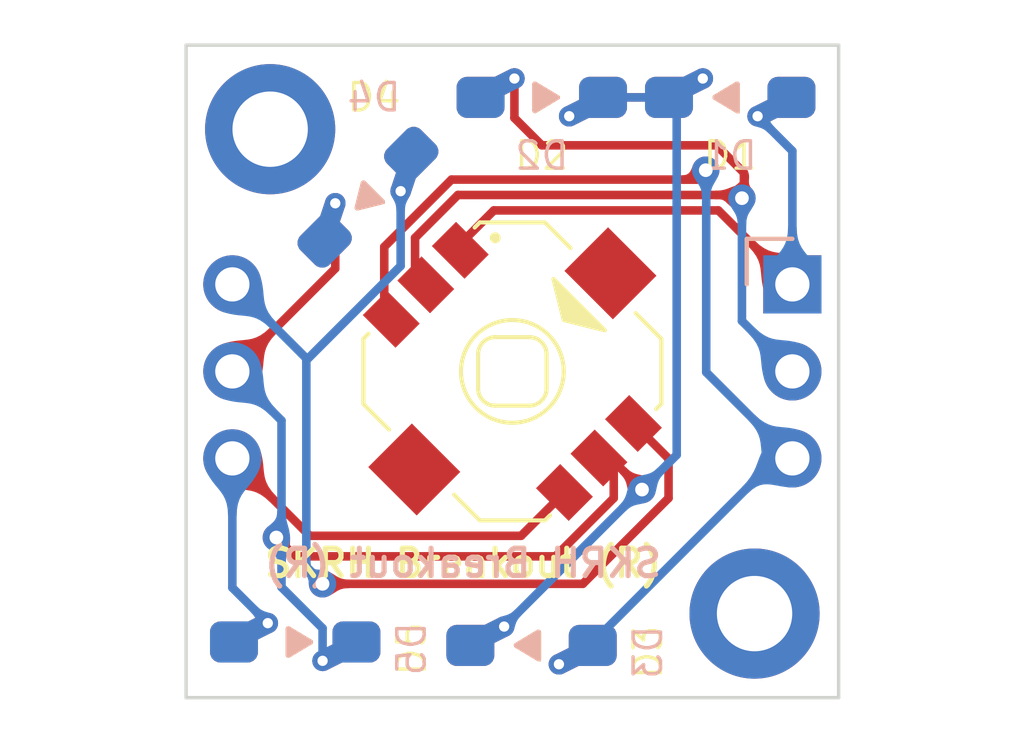
<source format=kicad_pcb>
(kicad_pcb (version 20211014) (generator pcbnew)
  (layers (0 "F.Cu" signal) (31 "B.Cu" signal) (34 "B.Paste" user) (35 "F.Paste" user) (36 "B.SilkS" user "B.Silkscreen") (37 "F.SilkS" user "F.Silkscreen") (38 "B.Mask" user) (39 "F.Mask" user) (44 "Edge.Cuts" user))
  (net 0 "")
  (net 1 "COMMON")
  (net 2 "A_UP")
  (net 3 "PUSH")
  (net 4 "C_LEFT")
  (net 5 "B_RIGHT")
  (net 6 "D_DOWN")
  (footprint "Keebrary:Diode_D_SOD-123_Silkless_Reversible" (layer "F.Cu") (at 63.4 38.8 180)
    (fp_text reference "D2" hide)
    (fp_text value "1N4148")
    (fp_line (start -0.436726 -0.001036) (end 0.198274 -0.382036) (layer "B.SilkS") (width 0.16))
    (fp_line (start 0.2 -0.381) (end 0.2 0.381) (layer "B.SilkS") (width 0.16))
    (fp_line (start 0.198274 0.379964) (end -0.436726 -0.001036) (layer "B.SilkS") (width 0.16))
    (fp_poly (pts (xy 0.198274 0.379964) (xy -0.436726 -0.001036) (xy 0.198274 -0.382036)) (layer "B.SilkS") (width 0.16) (fill solid))
    (fp_line (start 0.2 -0.381518) (end 0.2 0.380482) (layer "F.SilkS") (width 0.16))
    (fp_line (start 0.198274 0.379446) (end -0.436726 -0.001554) (layer "F.SilkS") (width 0.16))
    (fp_line (start -0.436726 -0.001554) (end 0.198274 -0.382554) (layer "F.SilkS") (width 0.16))
    (fp_poly (pts (xy 0.198274 0.379446) (xy -0.436726 -0.001554) (xy 0.198274 -0.382554)) (layer "F.SilkS") (width 0.16) (fill solid))
    (pad "1" smd roundrect (at -1.7875 0 180) (size 1.4 1.2) (layers "F.Cu" "F.Paste" "F.Mask") (net 1 "COMMON"))
    (pad "1" smd custom (at -1.562 -0.169 180) (size 0.01 0.01) (layers "F.Cu") (net 1 "COMMON") (thermal_gap 0.2) (options (clearance convexhull) (anchor circle)) (primitives (gr_line (start 0.762 -0.381) (end 0 0) (width 0.6))))
    (pad "1" smd custom (at -1.562 -0.169 180) (size 0.01 0.01) (layers "B.Cu") (net 1 "COMMON") (thermal_gap 0.2) (options (clearance convexhull) (anchor circle)) (primitives (gr_line (start 0.762 -0.381) (end 0 0) (width 0.6))))
    (pad "1" smd roundrect (at -1.7875 0 180) (size 1.4 1.2) (layers "B.Cu" "B.Paste" "B.Mask") (net 1 "COMMON"))
    (pad "1" thru_hole circle (at -0.8 -0.55 180) (size 0.6 0.6) (drill 0.3) (layers *.Cu) (net 1 "COMMON") (thermal_gap 0.2))
    (pad "2" smd roundrect (at 1.7875 0 180) (size 1.4 1.2) (layers "B.Cu" "B.Paste" "B.Mask") (net 3 "PUSH"))
    (pad "2" smd custom (at 1.5615 0.17 180) (size 0.01 0.01) (layers "F.Cu") (net 3 "PUSH") (thermal_gap 0.2) (options (clearance convexhull) (anchor circle)) (primitives (gr_line (start -0.761 0.381) (end 0.001 0) (width 0.6))))
    (pad "2" smd roundrect (at 1.7875 0 180) (size 1.4 1.2) (layers "F.Cu" "F.Paste" "F.Mask") (net 3 "PUSH"))
    (pad "2" thru_hole circle (at 0.8 0.55 180) (size 0.6 0.6) (drill 0.3) (layers *.Cu) (net 3 "PUSH") (thermal_gap 0.2))
    (pad "2" smd custom (at 1.5615 0.17 180) (size 0.01 0.01) (layers "B.Cu") (net 3 "PUSH") (thermal_gap 0.2) (options (clearance convexhull) (anchor circle)) (primitives (gr_line (start -0.761 0.381) (end 0.001 0) (width 0.6))))
  )
  (footprint "Keebrary:MountingHole_2.3mm_M2_Threaded_ISO14580_Pad" (layer "F.Cu") (at 69.611068 53.871068)
    (fp_text reference "H1" hide)
    (fp_text value "Hole")
    (pad "" thru_hole circle locked (at 0 0) (size 3.8 3.8) (drill 2.2) (layers *.Cu *.Mask))
  )
  (footprint "Keebrary:Diode_D_SOD-123_Silkless_Reversible" (layer "F.Cu") (at 68.9 38.8)
    (fp_text reference "D1" hide)
    (fp_text value "1N4148")
    (fp_line (start 0.198274 0.379964) (end -0.436726 -0.001036) (layer "B.SilkS") (width 0.16))
    (fp_line (start 0.2 -0.381) (end 0.2 0.381) (layer "B.SilkS") (width 0.16))
    (fp_line (start -0.436726 -0.001036) (end 0.198274 -0.382036) (layer "B.SilkS") (width 0.16))
    (fp_poly (pts (xy 0.198274 0.379964) (xy -0.436726 -0.001036) (xy 0.198274 -0.382036)) (layer "B.SilkS") (width 0.16) (fill solid))
    (fp_line (start 0.2 -0.381518) (end 0.2 0.380482) (layer "F.SilkS") (width 0.16))
    (fp_line (start 0.198274 0.379446) (end -0.436726 -0.001554) (layer "F.SilkS") (width 0.16))
    (fp_line (start -0.436726 -0.001554) (end 0.198274 -0.382554) (layer "F.SilkS") (width 0.16))
    (fp_poly (pts (xy 0.198274 0.379446) (xy -0.436726 -0.001554) (xy 0.198274 -0.382554)) (layer "F.SilkS") (width 0.16) (fill solid))
    (pad "1" thru_hole circle (at -0.8 -0.55) (size 0.6 0.6) (drill 0.3) (layers *.Cu) (net 1 "COMMON") (thermal_gap 0.2))
    (pad "1" smd custom (at -1.562 -0.169) (size 0.01 0.01) (layers "F.Cu") (net 1 "COMMON") (thermal_gap 0.2) (options (clearance convexhull) (anchor circle)) (primitives (gr_line (start 0.762 -0.381) (end 0 0) (width 0.6))))
    (pad "1" smd roundrect (at -1.7875 0) (size 1.4 1.2) (layers "B.Cu" "B.Paste" "B.Mask") (net 1 "COMMON"))
    (pad "1" smd custom (at -1.562 -0.169) (size 0.01 0.01) (layers "B.Cu") (net 1 "COMMON") (thermal_gap 0.2) (options (clearance convexhull) (anchor circle)) (primitives (gr_line (start 0.762 -0.381) (end 0 0) (width 0.6))))
    (pad "1" smd roundrect (at -1.7875 0) (size 1.4 1.2) (layers "F.Cu" "F.Paste" "F.Mask") (net 1 "COMMON"))
    (pad "2" thru_hole circle (at 0.8 0.55) (size 0.6 0.6) (drill 0.3) (layers *.Cu) (net 2 "A_UP") (thermal_gap 0.2))
    (pad "2" smd roundrect (at 1.7875 0) (size 1.4 1.2) (layers "B.Cu" "B.Paste" "B.Mask") (net 2 "A_UP"))
    (pad "2" smd roundrect (at 1.7875 0) (size 1.4 1.2) (layers "F.Cu" "F.Paste" "F.Mask") (net 2 "A_UP"))
    (pad "2" smd custom (at 1.5615 0.17) (size 0.01 0.01) (layers "B.Cu") (net 2 "A_UP") (thermal_gap 0.2) (options (clearance convexhull) (anchor circle)) (primitives (gr_line (start -0.761 0.381) (end 0.001 0) (width 0.6))))
    (pad "2" smd custom (at 1.5615 0.17) (size 0.01 0.01) (layers "F.Cu") (net 2 "A_UP") (thermal_gap 0.2) (options (clearance convexhull) (anchor circle)) (primitives (gr_line (start -0.761 0.381) (end 0.001 0) (width 0.6))))
  )
  (footprint "Keebrary:MountingHole_2.3mm_M2_Threaded_ISO14580_Pad" (layer "F.Cu") (at 55.468932 39.728932)
    (fp_text reference "H2" hide)
    (fp_text value "Hole")
    (pad "" thru_hole circle (at 0 0) (size 3.8 3.8) (drill 2.2) (layers *.Cu *.Mask))
  )
  (footprint "Keebrary:Diode_D_SOD-123_Silkless_Reversible" (layer "F.Cu") (at 56.2 54.7 180)
    (fp_text reference "D5" hide)
    (fp_text value "1N4148")
    (fp_line (start 0.2 -0.381) (end 0.2 0.381) (layer "B.SilkS") (width 0.16))
    (fp_line (start 0.198274 0.379964) (end -0.436726 -0.001036) (layer "B.SilkS") (width 0.16))
    (fp_line (start -0.436726 -0.001036) (end 0.198274 -0.382036) (layer "B.SilkS") (width 0.16))
    (fp_poly (pts (xy 0.198274 0.379964) (xy -0.436726 -0.001036) (xy 0.198274 -0.382036)) (layer "B.SilkS") (width 0.16) (fill solid))
    (fp_line (start 0.2 -0.381518) (end 0.2 0.380482) (layer "F.SilkS") (width 0.16))
    (fp_line (start -0.436726 -0.001554) (end 0.198274 -0.382554) (layer "F.SilkS") (width 0.16))
    (fp_line (start 0.198274 0.379446) (end -0.436726 -0.001554) (layer "F.SilkS") (width 0.16))
    (fp_poly (pts (xy 0.198274 0.379446) (xy -0.436726 -0.001554) (xy 0.198274 -0.382554)) (layer "F.SilkS") (width 0.16) (fill solid))
    (pad "1" smd custom (at -1.562 -0.169 180) (size 0.01 0.01) (layers "B.Cu") (net 1 "COMMON") (thermal_gap 0.2) (options (clearance convexhull) (anchor circle)) (primitives (gr_line (start 0.762 -0.381) (end 0 0) (width 0.6))))
    (pad "1" smd roundrect (at -1.7875 0 180) (size 1.4 1.2) (layers "B.Cu" "B.Paste" "B.Mask") (net 1 "COMMON"))
    (pad "1" smd roundrect (at -1.7875 0 180) (size 1.4 1.2) (layers "F.Cu" "F.Paste" "F.Mask") (net 1 "COMMON"))
    (pad "1" smd custom (at -1.562 -0.169 180) (size 0.01 0.01) (layers "F.Cu") (net 1 "COMMON") (thermal_gap 0.2) (options (clearance convexhull) (anchor circle)) (primitives (gr_line (start 0.762 -0.381) (end 0 0) (width 0.6))))
    (pad "1" thru_hole circle (at -0.8 -0.55 180) (size 0.6 0.6) (drill 0.3) (layers *.Cu) (net 1 "COMMON") (thermal_gap 0.2))
    (pad "2" smd roundrect (at 1.7875 0 180) (size 1.4 1.2) (layers "F.Cu" "F.Paste" "F.Mask") (net 6 "D_DOWN"))
    (pad "2" smd roundrect (at 1.7875 0 180) (size 1.4 1.2) (layers "B.Cu" "B.Paste" "B.Mask") (net 6 "D_DOWN"))
    (pad "2" thru_hole circle (at 0.8 0.55 180) (size 0.6 0.6) (drill 0.3) (layers *.Cu) (net 6 "D_DOWN") (thermal_gap 0.2))
    (pad "2" smd custom (at 1.5615 0.17 180) (size 0.01 0.01) (layers "B.Cu") (net 6 "D_DOWN") (thermal_gap 0.2) (options (clearance convexhull) (anchor circle)) (primitives (gr_line (start -0.761 0.381) (end 0.001 0) (width 0.6))))
    (pad "2" smd custom (at 1.5615 0.17 180) (size 0.01 0.01) (layers "F.Cu") (net 6 "D_DOWN") (thermal_gap 0.2) (options (clearance convexhull) (anchor circle)) (primitives (gr_line (start -0.761 0.381) (end 0.001 0) (width 0.6))))
  )
  (footprint "Keebrary:Diode_D_SOD-123_Silkless_Reversible" (layer "F.Cu") (at 58.324002 41.715 45)
    (fp_text reference "D4" hide)
    (fp_text value "1N4148")
    (fp_line (start 0.198274 0.379964) (end -0.436726 -0.001036) (layer "B.SilkS") (width 0.16))
    (fp_line (start -0.436726 -0.001036) (end 0.198274 -0.382036) (layer "B.SilkS") (width 0.16))
    (fp_line (start 0.2 -0.381) (end 0.2 0.381) (layer "B.SilkS") (width 0.16))
    (fp_poly (pts (xy 0.198274 0.379964) (xy -0.436726 -0.001036) (xy 0.198274 -0.382036)) (layer "B.SilkS") (width 0.16) (fill solid))
    (fp_line (start 0.2 -0.381518) (end 0.2 0.380482) (layer "F.SilkS") (width 0.16))
    (fp_line (start -0.436726 -0.001554) (end 0.198274 -0.382554) (layer "F.SilkS") (width 0.16))
    (fp_line (start 0.198274 0.379446) (end -0.436726 -0.001554) (layer "F.SilkS") (width 0.16))
    (fp_poly (pts (xy 0.198274 0.379446) (xy -0.436726 -0.001554) (xy 0.198274 -0.382554)) (layer "F.SilkS") (width 0.16) (fill solid))
    (pad "1" smd custom (at -1.562 -0.169 45) (size 0.01 0.01) (layers "F.Cu") (net 1 "COMMON") (thermal_gap 0.2) (options (clearance convexhull) (anchor circle)) (primitives (gr_line (start 0.762 -0.381) (end 0 0) (width 0.6))))
    (pad "1" smd roundrect (at -1.7875 0 45) (size 1.4 1.2) (layers "B.Cu" "B.Paste" "B.Mask") (net 1 "COMMON"))
    (pad "1" smd roundrect (at -1.7875 0 45) (size 1.4 1.2) (layers "F.Cu" "F.Paste" "F.Mask") (net 1 "COMMON"))
    (pad "1" smd custom (at -1.562 -0.169 45) (size 0.01 0.01) (layers "B.Cu") (net 1 "COMMON") (thermal_gap 0.2) (options (clearance convexhull) (anchor circle)) (primitives (gr_line (start 0.762 -0.381) (end 0 0) (width 0.6))))
    (pad "1" thru_hole circle (at -0.8 -0.55 45) (size 0.6 0.6) (drill 0.3) (layers *.Cu) (net 1 "COMMON") (thermal_gap 0.2))
    (pad "2" thru_hole circle (at 0.8 0.55 45) (size 0.6 0.6) (drill 0.3) (layers *.Cu) (net 5 "B_RIGHT") (thermal_gap 0.2))
    (pad "2" smd custom (at 1.5615 0.17 45) (size 0.01 0.01) (layers "F.Cu") (net 5 "B_RIGHT") (thermal_gap 0.2) (options (clearance convexhull) (anchor circle)) (primitives (gr_line (start -0.761 0.381) (end 0.001 0) (width 0.6))))
    (pad "2" smd roundrect (at 1.7875 0 45) (size 1.4 1.2) (layers "F.Cu" "F.Paste" "F.Mask") (net 5 "B_RIGHT"))
    (pad "2" smd custom (at 1.5615 0.17 45) (size 0.01 0.01) (layers "B.Cu") (net 5 "B_RIGHT") (thermal_gap 0.2) (options (clearance convexhull) (anchor circle)) (primitives (gr_line (start -0.761 0.381) (end 0.001 0) (width 0.6))))
    (pad "2" smd roundrect (at 1.7875 0 45) (size 1.4 1.2) (layers "B.Cu" "B.Paste" "B.Mask") (net 5 "B_RIGHT"))
  )
  (footprint "Keebrary:SW_MultiDirectional_4DCP_SKRHACE010_SMD_7.5x7.5mm_Breakout_Flipped" (layer "F.Cu") (at 62.54 46.8)
    (fp_text reference "S1" hide)
    (fp_text value "SW_MultiDirectional_4DCP_SKRHACE010")
    (fp_line (start 6.845 -3.87) (end 6.845 -2.54) (layer "B.SilkS") (width 0.12))
    (fp_line (start 8.175 -3.87) (end 6.845 -3.87) (layer "B.SilkS") (width 0.12))
    (fp_line (start -4.35 0.95) (end -3.6 1.7) (layer "F.SilkS") (width 0.12))
    (fp_line (start -4.2 -1.1) (end -4.35 -0.95) (layer "F.SilkS") (width 0.12))
    (fp_line (start 0.5 1) (end -0.5 1) (layer "F.SilkS") (width 0.12))
    (fp_line (start 0.95 -4.35) (end -0.95 -4.35) (layer "F.SilkS") (width 0.12))
    (fp_line (start 1.7 -3.6) (end 0.95 -4.35) (layer "F.SilkS") (width 0.12))
    (fp_line (start 1 0.5) (end 1 -0.5) (layer "F.SilkS") (width 0.12))
    (fp_line (start -0.95 -4.35) (end -1.1 -4.2) (layer "F.SilkS") (width 0.12))
    (fp_line (start -1 0.5) (end -1 -0.5) (layer "F.SilkS") (width 0.12))
    (fp_line (start 0.95 4.35) (end 1.1 4.2) (layer "F.SilkS") (width 0.12))
    (fp_line (start 6.845 -3.87) (end 6.845 -2.54) (layer "F.SilkS") (width 0.12))
    (fp_line (start 0.95 4.35) (end -0.95 4.35) (layer "F.SilkS") (width 0.12))
    (fp_line (start 8.175 -3.87) (end 6.845 -3.87) (layer "F.SilkS") (width 0.12))
    (fp_line (start -1.7 3.6) (end -0.95 4.35) (layer "F.SilkS") (width 0.12))
    (fp_line (start -4.35 0.95) (end -4.35 -0.95) (layer "F.SilkS") (width 0.12))
    (fp_line (start -0.5 -1) (end 0.5 -1) (layer "F.SilkS") (width 0.12))
    (fp_line (start 4.2 1.1) (end 4.35 0.95) (layer "F.SilkS") (width 0.12))
    (fp_line (start 4.35 0.95) (end 4.35 -0.95) (layer "F.SilkS") (width 0.12))
    (fp_line (start 4.35 -0.95) (end 3.6 -1.7) (layer "F.SilkS") (width 0.12))
    (fp_arc (start -0.5 1) (mid -0.853553 0.853553) (end -1 0.5) (layer "F.SilkS") (width 0.12))
    (fp_arc (start -1 -0.5) (mid -0.853553 -0.853553) (end -0.5 -1) (layer "F.SilkS") (width 0.12))
    (fp_arc (start 1 0.5) (mid 0.853553 0.853553) (end 0.5 1) (layer "F.SilkS") (width 0.12))
    (fp_arc (start 0.5 -1) (mid 0.853553 -0.853553) (end 1 -0.5) (layer "F.SilkS") (width 0.12))
    (fp_circle (center 0 0) (end 1.5 0) (layer "F.SilkS") (width 0.12) (fill none))
    (fp_circle (center -0.5 -3.9) (end -0.4 -3.9) (layer "F.SilkS") (width 0.12) (fill solid))
    (fp_poly (pts (xy 2.7 -1.2) (xy 1.5 -1.5) (xy 1.2 -2.7)) (layer "F.SilkS") (width 0.12) (fill solid))
    (pad "" smd rect (at 2.863782 -2.863782 315) (size 2 1.8) (layers "F.Cu" "F.Paste" "F.Mask"))
    (pad "" smd rect (at -2.863782 2.863782 315) (size 2 1.8) (layers "F.Cu" "F.Paste" "F.Mask"))
    (pad "1" thru_hole rect (at 8.175 -2.54) (size 1.7 1.7) (drill 1) (layers *.Mask "F.Cu" "In1.Cu" "B.Cu") (net 2 "A_UP"))
    (pad "1" smd rect (at -1.52028 -3.535534 315) (size 1.35 1) (layers "F.Cu" "F.Paste" "F.Mask") (net 2 "A_UP"))
    (pad "2" smd rect (at -2.527907 -2.527907 315) (size 1.35 1) (layers "F.Cu" "F.Paste" "F.Mask") (net 3 "PUSH"))
    (pad "2" thru_hole oval (at 8.175 0) (size 1.7 1.7) (drill 1) (layers *.Mask "F.Cu" "In1.Cu" "B.Cu") (net 3 "PUSH"))
    (pad "3" smd rect (at -3.535534 -1.52028 315) (size 1.35 1) (layers "F.Cu" "F.Paste" "F.Mask") (net 4 "C_LEFT"))
    (pad "3" thru_hole oval (at 8.175 2.54) (size 1.7 1.7) (drill 1) (layers *.Mask "F.Cu" "In1.Cu" "B.Cu") (net 4 "C_LEFT"))
    (pad "4" smd rect (at 3.535534 1.52028 315) (size 1.35 1) (layers "F.Cu" "F.Paste" "F.Mask") (net 5 "B_RIGHT"))
    (pad "4" thru_hole oval (at -8.175 -2.54) (size 1.7 1.7) (drill 1) (layers *.Mask "F.Cu" "In1.Cu" "B.Cu") (net 5 "B_RIGHT"))
    (pad "5" smd rect (at 2.527907 2.527907 315) (size 1.35 1) (layers "F.Cu" "F.Paste" "F.Mask") (net 1 "COMMON"))
    (pad "5" thru_hole oval (at -8.175 0) (size 1.7 1.7) (drill 1) (layers *.Mask "F.Cu" "In1.Cu" "B.Cu") (net 1 "COMMON"))
    (pad "6" thru_hole oval (at -8.175 2.54) (size 1.7 1.7) (drill 1) (layers *.Mask "F.Cu" "In1.Cu" "B.Cu") (net 6 "D_DOWN"))
    (pad "6" smd rect (at 1.52028 3.535534 315) (size 1.35 1) (layers "F.Cu" "F.Paste" "F.Mask") (net 6 "D_DOWN"))
  )
  (footprint "Keebrary:Diode_D_SOD-123_Silkless_Reversible" (layer "F.Cu") (at 63.1 54.8)
    (fp_text reference "D3" hide)
    (fp_text value "1N4148")
    (fp_line (start 0.2 -0.381) (end 0.2 0.381) (layer "B.SilkS") (width 0.16))
    (fp_line (start 0.198274 0.379964) (end -0.436726 -0.001036) (layer "B.SilkS") (width 0.16))
    (fp_line (start -0.436726 -0.001036) (end 0.198274 -0.382036) (layer "B.SilkS") (width 0.16))
    (fp_poly (pts (xy 0.198274 0.379964) (xy -0.436726 -0.001036) (xy 0.198274 -0.382036)) (layer "B.SilkS") (width 0.16) (fill solid))
    (fp_line (start 0.2 -0.381518) (end 0.2 0.380482) (layer "F.SilkS") (width 0.16))
    (fp_line (start 0.198274 0.379446) (end -0.436726 -0.001554) (layer "F.SilkS") (width 0.16))
    (fp_line (start -0.436726 -0.001554) (end 0.198274 -0.382554) (layer "F.SilkS") (width 0.16))
    (fp_poly (pts (xy 0.198274 0.379446) (xy -0.436726 -0.001554) (xy 0.198274 -0.382554)) (layer "F.SilkS") (width 0.16) (fill solid))
    (pad "1" thru_hole circle (at -0.8 -0.55) (size 0.6 0.6) (drill 0.3) (layers *.Cu) (net 1 "COMMON") (thermal_gap 0.2))
    (pad "1" smd roundrect (at -1.7875 0) (size 1.4 1.2) (layers "B.Cu" "B.Paste" "B.Mask") (net 1 "COMMON"))
    (pad "1" smd custom (at -1.562 -0.169) (size 0.01 0.01) (layers "B.Cu") (net 1 "COMMON") (thermal_gap 0.2) (options (clearance convexhull) (anchor circle)) (primitives (gr_line (start 0.762 -0.381) (end 0 0) (width 0.6))))
    (pad "1" smd roundrect (at -1.7875 0) (size 1.4 1.2) (layers "F.Cu" "F.Paste" "F.Mask") (net 1 "COMMON"))
    (pad "1" smd custom (at -1.562 -0.169) (size 0.01 0.01) (layers "F.Cu") (net 1 "COMMON") (thermal_gap 0.2) (options (clearance convexhull) (anchor circle)) (primitives (gr_line (start 0.762 -0.381) (end 0 0) (width 0.6))))
    (pad "2" smd custom (at 1.5615 0.17) (size 0.01 0.01) (layers "F.Cu") (net 4 "C_LEFT") (thermal_gap 0.2) (options (clearance convexhull) (anchor circle)) (primitives (gr_line (start -0.761 0.381) (end 0.001 0) (width 0.6))))
    (pad "2" thru_hole circle (at 0.8 0.55) (size 0.6 0.6) (drill 0.3) (layers *.Cu) (net 4 "C_LEFT") (thermal_gap 0.2))
    (pad "2" smd roundrect (at 1.7875 0) (size 1.4 1.2) (layers "B.Cu" "B.Paste" "B.Mask") (net 4 "C_LEFT"))
    (pad "2" smd roundrect (at 1.7875 0) (size 1.4 1.2) (layers "F.Cu" "F.Paste" "F.Mask") (net 4 "C_LEFT"))
    (pad "2" smd custom (at 1.5615 0.17) (size 0.01 0.01) (layers "B.Cu") (net 4 "C_LEFT") (thermal_gap 0.2) (options (clearance convexhull) (anchor circle)) (primitives (gr_line (start -0.761 0.381) (end 0.001 0) (width 0.6))))
  )
  (gr_line (start 72.065 37.275) (end 72.065 56.325) (layer "Edge.Cuts") (width 0.1))
  (gr_line (start 53.015 37.275) (end 72.065 37.275) (layer "Edge.Cuts") (width 0.1))
  (gr_line (start 53.015 37.275) (end 53.015 56.325) (layer "Edge.Cuts") (width 0.1))
  (gr_line (start 53.015 56.325) (end 72.065 56.325) (layer "Edge.Cuts") (width 0.1))
  (gr_text "D3" (at 66.5 55 90) (layer "B.SilkS") (effects (font (size 0.8 0.8) (thickness 0.1)) (justify mirror)))
  (gr_text "D5" (at 59.6 54.9 90) (layer "B.SilkS") (effects (font (size 0.8 0.8) (thickness 0.1)) (justify mirror)))
  (gr_text "SKRH Breakout (R)" (at 61.1 52.4) (layer "B.SilkS") (effects (font (size 0.8 0.8)) (justify mirror)))
  (gr_text "D2" (at 63.4 40.5) (layer "B.SilkS") (effects (font (size 0.8 0.8) (thickness 0.1)) (justify mirror)))
  (gr_text "D1" (at 68.9 40.5) (layer "B.SilkS") (effects (font (size 0.8 0.8) (thickness 0.1)) (justify mirror)))
  (gr_text "D4" (at 58.5 38.8) (layer "B.SilkS") (effects (font (size 0.8 0.8) (thickness 0.1)) (justify mirror)))
  (gr_text "D5" (at 59.6 54.9 90) (layer "F.SilkS") (effects (font (size 0.8 0.8) (thickness 0.1))))
  (gr_text "D3" (at 66.5 55 90) (layer "F.SilkS") (effects (font (size 0.8 0.8) (thickness 0.1))))
  (gr_text "D4" (at 58.5 38.8) (layer "F.SilkS") (effects (font (size 0.8 0.8) (thickness 0.1))))
  (gr_text "SKRH Breakout (R)" (at 61.1 52.4) (layer "F.SilkS") (effects (font (size 0.8 0.8))))
  (gr_text "D2" (at 63.4 40.5) (layer "F.SilkS") (effects (font (size 0.8 0.8) (thickness 0.1))))
  (gr_text "D1" (at 68.9 40.5) (layer "F.SilkS") (effects (font (size 0.8 0.8) (thickness 0.1))))
  (segment (start 63.8 52.2) (end 65.5 50.5) (width 0.25) (layer "F.Cu") (net 1))
  (segment (start 65.403407 49.327907) (end 65.067907 49.327907) (width 0.25) (layer "F.Cu") (net 1))
  (segment (start 56.200402 52.2) (end 63.8 52.2) (width 0.25) (layer "F.Cu") (net 1))
  (segment (start 65.5 50.5) (end 65.5 49.76) (width 0.25) (layer "F.Cu") (net 1))
  (segment (start 66.325451 50.249951) (end 65.403407 49.327907) (width 0.25) (layer "F.Cu") (net 1))
  (segment (start 65.5 49.76) (end 65.067907 49.327907) (width 0.25) (layer "F.Cu") (net 1))
  (segment (start 54.365 46.8) (end 57.369408 43.795592) (width 0.25) (layer "F.Cu") (net 1))
  (segment (start 65.1875 38.8) (end 67.1125 38.8) (width 0.25) (layer "F.Cu") (net 1))
  (segment (start 57.369408 43.795592) (end 57.369408 41.891777) (width 0.25) (layer "F.Cu") (net 1))
  (segment (start 55.650201 51.649799) (end 56.200402 52.2) (width 0.25) (layer "F.Cu") (net 1))
  (via (at 66.325451 50.249951) (size 0.8) (drill 0.4) (layers "F.Cu" "B.Cu") (net 1))
  (via (at 55.650201 51.649799) (size 0.8) (drill 0.4) (layers "F.Cu" "B.Cu") (net 1))
  (segment (start 55.8 53.1) (end 57 54.3) (width 0.25) (layer "B.Cu") (net 1))
  (segment (start 55.8 51.5) (end 55.8 48.235) (width 0.25) (layer "B.Cu") (net 1))
  (segment (start 55.650201 51.649799) (end 55.8 51.5) (width 0.25) (layer "B.Cu") (net 1))
  (segment (start 66.325451 50.249951) (end 67.338 49.237402) (width 0.25) (layer "B.Cu") (net 1))
  (segment (start 55.650201 51.649799) (end 55.8 51.799598) (width 0.25) (layer "B.Cu") (net 1))
  (segment (start 66.300049 50.249951) (end 62.3 54.25) (width 0.25) (layer "B.Cu") (net 1))
  (segment (start 55.8 48.235) (end 54.365 46.8) (width 0.25) (layer "B.Cu") (net 1))
  (segment (start 57 54.3) (end 57 55.25) (width 0.25) (layer "B.Cu") (net 1))
  (segment (start 67.338 49.237402) (end 67.338 38.631) (width 0.25) (layer "B.Cu") (net 1))
  (segment (start 65.1875 38.8) (end 67.1125 38.8) (width 0.25) (layer "B.Cu") (net 1))
  (segment (start 55.8 51.799598) (end 55.8 53.1) (width 0.25) (layer "B.Cu") (net 1))
  (segment (start 66.325451 50.249951) (end 66.300049 50.249951) (width 0.25) (layer "B.Cu") (net 1))
  (segment (start 62 42.1) (end 68.555 42.1) (width 0.25) (layer "F.Cu") (net 2))
  (segment (start 68.555 42.1) (end 70.715 44.26) (width 0.25) (layer "F.Cu") (net 2))
  (segment (start 61.01972 43.264466) (end 61.01972 43.08028) (width 0.25) (layer "F.Cu") (net 2))
  (segment (start 61.01972 43.08028) (end 62 42.1) (width 0.25) (layer "F.Cu") (net 2))
  (segment (start 70.715 40.365) (end 70.715 44.26) (width 0.25) (layer "B.Cu") (net 2))
  (segment (start 69.7 39.35) (end 70.715 40.365) (width 0.25) (layer "B.Cu") (net 2))
  (segment (start 69.15 41.65) (end 60.95 41.65) (width 0.25) (layer "F.Cu") (net 3))
  (segment (start 69.242717 41.742717) (end 69.15 41.65) (width 0.25) (layer "F.Cu") (net 3))
  (segment (start 68.5 40.2) (end 63.4 40.2) (width 0.25) (layer "F.Cu") (net 3))
  (segment (start 69.3 41.685434) (end 69.3 41) (width 0.25) (layer "F.Cu") (net 3))
  (segment (start 59.7 42.9) (end 59.7 43.96) (width 0.25) (layer "F.Cu") (net 3))
  (segment (start 69.3 41) (end 68.5 40.2) (width 0.25) (layer "F.Cu") (net 3))
  (segment (start 63.4 40.2) (end 62.6 39.4) (width 0.25) (layer "F.Cu") (net 3))
  (segment (start 60.95 41.65) (end 59.7 42.9) (width 0.25) (layer "F.Cu") (net 3))
  (segment (start 62.6 39.4) (end 62.6 38.25) (width 0.25) (layer "F.Cu") (net 3))
  (segment (start 69.242717 41.742717) (end 69.3 41.685434) (width 0.25) (layer "F.Cu") (net 3))
  (segment (start 59.7 43.96) (end 60.012093 44.272093) (width 0.25) (layer "F.Cu") (net 3))
  (via (at 69.242717 41.742717) (size 0.8) (drill 0.4) (layers "F.Cu" "B.Cu") (net 3))
  (segment (start 69.242717 45.327717) (end 70.715 46.8) (width 0.25) (layer "B.Cu") (net 3))
  (segment (start 69.242717 41.742717) (end 69.242717 45.327717) (width 0.25) (layer "B.Cu") (net 3))
  (segment (start 58.8 45.075254) (end 59.004466 45.27972) (width 0.25) (layer "F.Cu") (net 4))
  (segment (start 68.186075 40.9255) (end 67.911575 41.2) (width 0.25) (layer "F.Cu") (net 4))
  (segment (start 58.8 43.163604) (end 58.8 45.075254) (width 0.25) (layer "F.Cu") (net 4))
  (segment (start 67.911575 41.2) (end 60.763604 41.2) (width 0.25) (layer "F.Cu") (net 4))
  (segment (start 60.763604 41.2) (end 58.8 43.163604) (width 0.25) (layer "F.Cu") (net 4))
  (via (at 68.186075 40.9255) (size 0.8) (drill 0.4) (layers "F.Cu" "B.Cu") (net 4))
  (segment (start 68.2 40.939425) (end 68.2 46.825) (width 0.25) (layer "B.Cu") (net 4))
  (segment (start 68.186075 40.9255) (end 68.2 40.939425) (width 0.25) (layer "B.Cu") (net 4))
  (segment (start 68.2 46.825) (end 70.715 49.34) (width 0.25) (layer "B.Cu") (net 4))
  (segment (start 70.715 49.34) (end 70.26 49.34) (width 0.25) (layer "B.Cu") (net 4))
  (segment (start 70.26 49.34) (end 64.8875 54.7125) (width 0.25) (layer "B.Cu") (net 4))
  (segment (start 64.8875 54.7125) (end 64.8875 54.8) (width 0.25) (layer "B.Cu") (net 4))
  (segment (start 56.997974 53.002026) (end 64.597974 53.002026) (width 0.25) (layer "F.Cu") (net 5))
  (segment (start 67.1 49.344746) (end 66.075534 48.32028) (width 0.25) (layer "F.Cu") (net 5))
  (segment (start 67.1 50.5) (end 67.1 49.344746) (width 0.25) (layer "F.Cu") (net 5))
  (segment (start 64.597974 53.002026) (end 67.1 50.5) (width 0.25) (layer "F.Cu") (net 5))
  (via (at 56.997974 53.002026) (size 0.8) (drill 0.4) (layers "F.Cu" "B.Cu") (net 5))
  (segment (start 56.997974 52.973279) (end 56.525 52.500305) (width 0.25) (layer "B.Cu") (net 5))
  (segment (start 56.525 46.475) (end 56.525 46.42) (width 0.25) (layer "B.Cu") (net 5))
  (segment (start 56.525 52.500305) (end 56.525 46.475) (width 0.25) (layer "B.Cu") (net 5))
  (segment (start 56.525 46.42) (end 54.365 44.26) (width 0.25) (layer "B.Cu") (net 5))
  (segment (start 59.278596 41.538223) (end 59.278596 43.721404) (width 0.25) (layer "B.Cu") (net 5))
  (segment (start 56.997974 53.002026) (end 56.997974 52.973279) (width 0.25) (layer "B.Cu") (net 5))
  (segment (start 59.278596 43.721404) (end 56.525 46.475) (width 0.25) (layer "B.Cu") (net 5))
  (segment (start 62.795814 51.6) (end 56.625 51.6) (width 0.25) (layer "F.Cu") (net 6))
  (segment (start 64.06028 50.335534) (end 62.795814 51.6) (width 0.25) (layer "F.Cu") (net 6))
  (segment (start 56.625 51.6) (end 54.365 49.34) (width 0.25) (layer "F.Cu") (net 6))
  (segment (start 54.365 49.34) (end 54.365 53.115) (width 0.25) (layer "B.Cu") (net 6))
  (segment (start 54.365 53.115) (end 55.4 54.15) (width 0.25) (layer "B.Cu") (net 6))
  (zone (net 1) (net_name "COMMON") (layer "F.Cu") (priority 16962) (connect_pads yes (clearance 0)) (min_thickness 0.0254) (fill yes (thermal_gap 0.508) (thermal_bridge_width 0.508))
    (polygon (pts (xy 65.678449 49.779726) (xy 65.740104 49.846001) (xy 65.787035 49.906213) (xy 65.821867 49.962126) (xy 65.847228 50.015501) (xy 65.865744 50.068104) (xy 65.880043 50.121696) (xy 65.892751 50.17804) (xy 65.906497 50.2389) (xy 65.923905 50.306039) (xy 65.947605 50.381221) (xy 66.466872 50.391372) (xy 66.456721 49.872105) (xy 66.381539 49.848405) (xy 66.3144 49.830997) (xy 66.25354 49.817251) (xy 66.197196 49.804543) (xy 66.143604 49.790244) (xy 66.091001 49.771728) (xy 66.037626 49.746367) (xy 65.981713 49.711535) (xy 65.921501 49.664604) (xy 65.855226 49.602949)))
  )
  (zone (net 1) (net_name "COMMON") (layer "F.Cu") (priority 16962) (connect_pads yes (clearance 0)) (min_thickness 0.0254) (fill yes (thermal_gap 0.508) (thermal_bridge_width 0.508))
    (polygon (pts (xy 57.494408 42.481777) (xy 57.496119 42.415254) (xy 57.501139 42.35879) (xy 57.509291 42.31033) (xy 57.520402 42.267818) (xy 57.534296 42.229198) (xy 57.550799 42.192416) (xy 57.569736 42.155414) (xy 57.590933 42.116138) (xy 57.614215 42.072533) (xy 57.639408 42.022543) (xy 57.369408 41.741777) (xy 57.099408 42.022543) (xy 57.1246 42.072533) (xy 57.147882 42.116138) (xy 57.169079 42.155414) (xy 57.188016 42.192416) (xy 57.204519 42.229198) (xy 57.218413 42.267818) (xy 57.229524 42.31033) (xy 57.237676 42.35879) (xy 57.242696 42.415254) (xy 57.244408 42.481777)))
  )
  (zone (net 2) (net_name "A_UP") (layer "F.Cu") (priority 16962) (connect_pads yes (clearance 0)) (min_thickness 0.0254) (fill yes (thermal_gap 0.508) (thermal_bridge_width 0.508))
    (polygon (pts (xy 69.431602 43.153379) (xy 69.565313 43.301659) (xy 69.660278 43.43788) (xy 69.72389 43.565754) (xy 69.763538 43.688993) (xy 69.786613 43.811308) (xy 69.800507 43.936411) (xy 69.812609 44.068015) (xy 69.83031 44.209832) (xy 69.861002 44.365572) (xy 69.912076 44.538949) (xy 71.01552 44.56052) (xy 70.993949 43.457076) (xy 70.820572 43.406002) (xy 70.664832 43.37531) (xy 70.523015 43.357609) (xy 70.391411 43.345507) (xy 70.266308 43.331613) (xy 70.143993 43.308538) (xy 70.020754 43.26889) (xy 69.89288 43.205278) (xy 69.756659 43.110313) (xy 69.608379 42.976602)))
  )
  (zone (net 3) (net_name "PUSH") (layer "F.Cu") (priority 16962) (connect_pads yes (clearance 0)) (min_thickness 0.0254) (fill yes (thermal_gap 0.508) (thermal_bridge_width 0.508))
    (polygon (pts (xy 68.45 41.775) (xy 68.533519 41.778361) (xy 68.603523 41.788186) (xy 68.662625 41.804088) (xy 68.713432 41.82568) (xy 68.758558 41.852574) (xy 68.80061 41.884382) (xy 68.842201 41.920719) (xy 68.885941 41.961196) (xy 68.934439 42.005426) (xy 68.990308 42.053022) (xy 69.437365 41.788671) (xy 69.155745 41.352287) (xy 69.072159 41.373525) (xy 69.000864 41.396169) (xy 68.938334 41.41936) (xy 68.881045 41.442241) (xy 68.825473 41.463955) (xy 68.768092 41.483644) (xy 68.705379 41.500451) (xy 68.633809 41.513517) (xy 68.549857 41.521986) (xy 68.45 41.525)))
  )
  (zone (net 5) (net_name "B_RIGHT") (layer "F.Cu") (priority 16962) (connect_pads yes (clearance 0)) (min_thickness 0.0254) (fill yes (thermal_gap 0.508) (thermal_bridge_width 0.508))
    (polygon (pts (xy 57.787974 52.877026) (xy 57.697512 52.873759) (xy 57.621751 52.864367) (xy 57.557584 52.849461) (xy 57.501909 52.829651) (xy 57.451621 52.805549) (xy 57.403614 52.777764) (xy 57.354786 52.746909) (xy 57.302032 52.713593) (xy 57.242248 52.678429) (xy 57.172329 52.642026) (xy 56.797974 53.002026) (xy 57.172329 53.362026) (xy 57.242248 53.325622) (xy 57.302032 53.290458) (xy 57.354786 53.257142) (xy 57.403614 53.226287) (xy 57.451621 53.198502) (xy 57.501909 53.1744) (xy 57.557584 53.15459) (xy 57.621751 53.139684) (xy 57.697512 53.130292) (xy 57.787974 53.127026)))
  )
  (zone (net 4) (net_name "C_LEFT") (layer "F.Cu") (priority 16962) (connect_pads yes (clearance 0)) (min_thickness 0.0254) (fill yes (thermal_gap 0.508) (thermal_bridge_width 0.508))
    (polygon (pts (xy 67.491575 41.325) (xy 67.58739 41.325014) (xy 67.668659 41.325052) (xy 67.73864 41.325107) (xy 67.800589 41.325176) (xy 67.857765 41.32525) (xy 67.913426 41.325324) (xy 67.97083 41.325392) (xy 68.033234 41.325448) (xy 68.103896 41.325486) (xy 68.186075 41.3255) (xy 68.332376 40.789134) (xy 67.813073 40.781038) (xy 67.793616 40.831446) (xy 67.774733 40.878261) (xy 67.755151 40.921078) (xy 67.733596 40.959494) (xy 67.708796 40.993107) (xy 67.679478 41.021513) (xy 67.64437 41.044308) (xy 67.602198 41.06109) (xy 67.551691 41.071455) (xy 67.491575 41.075)))
  )
  (zone (net 1) (net_name "COMMON") (layer "F.Cu") (priority 16962) (connect_pads yes (clearance 0)) (min_thickness 0.0254) (fill yes (thermal_gap 0.508) (thermal_bridge_width 0.508))
    (polygon (pts (xy 56.2223 52.075) (xy 56.14748 52.065841) (xy 56.096866 52.039964) (xy 56.065998 51.999762) (xy 56.050414 51.947633) (xy 56.045652 51.885972) (xy 56.047253 51.817174) (xy 56.050754 51.743635) (xy 56.051694 51.66775) (xy 56.045612 51.591916) (xy 56.028047 51.518529) (xy 55.50878 51.508378) (xy 55.650201 52.049799) (xy 55.723563 52.057504) (xy 55.783387 52.078419) (xy 55.833403 52.109242) (xy 55.877343 52.146669) (xy 55.918936 52.187399) (xy 55.961914 52.228129) (xy 56.010009 52.265556) (xy 56.066951 52.296379) (xy 56.13647 52.317294) (xy 56.2223 52.325)))
  )
  (zone (net 3) (net_name "PUSH") (layer "F.Cu") (priority 16962) (connect_pads yes (clearance 0)) (min_thickness 0.0254) (fill yes (thermal_gap 0.508) (thermal_bridge_width 0.508))
    (polygon (pts (xy 69.173028 41.049804) (xy 69.215309 41.103942) (xy 69.231054 41.153237) (xy 69.22451 41.198902) (xy 69.199923 41.242149) (xy 69.161539 41.284191) (xy 69.113605 41.32624) (xy 69.060366 41.36951) (xy 69.006069 41.415213) (xy 68.954959 41.464562) (xy 68.911285 41.51877) (xy 69.214175 41.940669) (xy 69.525559 41.459875) (xy 69.48151 41.404315) (xy 69.457 41.348563) (xy 69.446909 41.292429) (xy 69.446114 41.235726) (xy 69.449495 41.178265) (xy 69.451931 41.119859) (xy 69.448301 41.060321) (xy 69.433483 40.999461) (xy 69.402358 40.937093) (xy 69.349804 40.873028)))
  )
  (zone (net 6) (net_name "D_DOWN") (layer "F.Cu") (priority 16962) (connect_pads yes (clearance 0)) (min_thickness 0.0254) (fill yes (thermal_gap 0.508) (thermal_bridge_width 0.508))
    (polygon (pts (xy 55.648398 50.446621) (xy 55.514686 50.29834) (xy 55.419721 50.162119) (xy 55.356109 50.034245) (xy 55.316461 49.911006) (xy 55.293386 49.788691) (xy 55.279492 49.663588) (xy 55.26739 49.531984) (xy 55.249689 49.390167) (xy 55.218997 49.234427) (xy 55.167924 49.061051) (xy 54.06448 49.03948) (xy 54.086051 50.142924) (xy 54.259427 50.193997) (xy 54.415167 50.224689) (xy 54.556984 50.24239) (xy 54.688588 50.254492) (xy 54.813691 50.268386) (xy 54.936006 50.291461) (xy 55.059245 50.331109) (xy 55.187119 50.394721) (xy 55.32334 50.489686) (xy 55.471621 50.623398)))
  )
  (zone (net 1) (net_name "COMMON") (layer "F.Cu") (priority 16962) (connect_pads yes (clearance 0)) (min_thickness 0.0254) (fill yes (thermal_gap 0.508) (thermal_bridge_width 0.508))
    (polygon (pts (xy 55.471621 45.516602) (xy 55.32334 45.650313) (xy 55.187119 45.745278) (xy 55.059245 45.80889) (xy 54.936006 45.848538) (xy 54.813691 45.871613) (xy 54.688588 45.885507) (xy 54.556984 45.897609) (xy 54.415167 45.91531) (xy 54.259427 45.946002) (xy 54.086051 45.997076) (xy 54.06448 47.10052) (xy 55.167924 47.078949) (xy 55.218997 46.905572) (xy 55.249689 46.749832) (xy 55.26739 46.608015) (xy 55.279492 46.476411) (xy 55.293386 46.351308) (xy 55.316461 46.228993) (xy 55.356109 46.105754) (xy 55.419721 45.97788) (xy 55.514686 45.841659) (xy 55.648398 45.693379)))
  )
  (zone (net 3) (net_name "PUSH") (layer "B.Cu") (priority 16962) (connect_pads yes (clearance 0)) (min_thickness 0.0254) (fill yes (thermal_gap 0.508) (thermal_bridge_width 0.508))
    (polygon (pts (xy 69.367717 42.532717) (xy 69.370983 42.442255) (xy 69.380375 42.366494) (xy 69.395281 42.302327) (xy 69.415091 42.246652) (xy 69.439193 42.196364) (xy 69.466978 42.148357) (xy 69.497833 42.099529) (xy 69.531149 42.046775) (xy 69.566313 41.986991) (xy 69.602717 41.917072) (xy 69.242717 41.542717) (xy 68.882717 41.917072) (xy 68.91912 41.986991) (xy 68.954284 42.046775) (xy 68.9876 42.099529) (xy 69.018455 42.148357) (xy 69.04624 42.196364) (xy 69.070342 42.246652) (xy 69.090152 42.302327) (xy 69.105058 42.366494) (xy 69.11445 42.442255) (xy 69.117717 42.532717)))
  )
  (zone (net 5) (net_name "B_RIGHT") (layer "B.Cu") (priority 16962) (connect_pads yes (clearance 0)) (min_thickness 0.0254) (fill yes (thermal_gap 0.508) (thermal_bridge_width 0.508))
    (polygon (pts (xy 59.403596 42.128223) (xy 59.405307 42.0617) (xy 59.410327 42.005236) (xy 59.418479 41.956776) (xy 59.42959 41.914264) (xy 59.443484 41.875644) (xy 59.459987 41.838862) (xy 59.478924 41.80186) (xy 59.500121 41.762584) (xy 59.523403 41.718979) (xy 59.548596 41.668989) (xy 59.278596 41.388223) (xy 59.008596 41.668989) (xy 59.033788 41.718979) (xy 59.05707 41.762584) (xy 59.078267 41.80186) (xy 59.097204 41.838862) (xy 59.113707 41.875644) (xy 59.127601 41.914264) (xy 59.138712 41.956776) (xy 59.146864 42.005236) (xy 59.151884 42.0617) (xy 59.153596 42.128223)))
  )
  (zone (net 1) (net_name "COMMON") (layer "B.Cu") (priority 16962) (connect_pads yes (clearance 0)) (min_thickness 0.0254) (fill yes (thermal_gap 0.508) (thermal_bridge_width 0.508))
    (polygon (pts (xy 62.628803 53.74442) (xy 62.580554 53.790247) (xy 62.537079 53.826623) (xy 62.497048 53.855125) (xy 62.459132 53.877329) (xy 62.421999 53.894813) (xy 62.384321 53.909153) (xy 62.344766 53.921926) (xy 62.302006 53.934709) (xy 62.25471 53.94908) (xy 62.201548 53.966615) (xy 62.193934 54.356066) (xy 62.583385 54.348452) (xy 62.600919 54.295289) (xy 62.61529 54.247993) (xy 62.628073 54.205233) (xy 62.640846 54.165678) (xy 62.655186 54.128) (xy 62.67267 54.090867) (xy 62.694874 54.052951) (xy 62.723376 54.01292) (xy 62.759752 53.969445) (xy 62.80558 53.921197)))
  )
  (zone (net 4) (net_name "C_LEFT") (layer "B.Cu") (priority 16962) (connect_pads yes (clearance 0)) (min_thickness 0.0254) (fill yes (thermal_gap 0.508) (thermal_bridge_width 0.508))
    (polygon (pts (xy 69.431602 48.233379) (xy 69.565313 48.381659) (xy 69.660278 48.51788) (xy 69.72389 48.645754) (xy 69.763538 48.768993) (xy 69.786613 48.891308) (xy 69.800507 49.016411) (xy 69.812609 49.148015) (xy 69.83031 49.289832) (xy 69.861002 49.445572) (xy 69.912076 49.618949) (xy 71.01552 49.64052) (xy 70.993949 48.537076) (xy 70.820572 48.486002) (xy 70.664832 48.45531) (xy 70.523015 48.437609) (xy 70.391411 48.425507) (xy 70.266308 48.411613) (xy 70.143993 48.388538) (xy 70.020754 48.34889) (xy 69.89288 48.285278) (xy 69.756659 48.190313) (xy 69.608379 48.056602)))
  )
  (zone (net 2) (net_name "A_UP") (layer "B.Cu") (priority 16962) (connect_pads yes (clearance 0)) (min_thickness 0.0254) (fill yes (thermal_gap 0.508) (thermal_bridge_width 0.508))
    (polygon (pts (xy 70.59 42.57) (xy 70.579697 42.769398) (xy 70.550526 42.932872) (xy 70.505085 43.068273) (xy 70.445978 43.183451) (xy 70.375804 43.286258) (xy 70.297167 43.384544) (xy 70.212666 43.486159) (xy 70.124904 43.598956) (xy 70.036481 43.730783) (xy 69.95 43.889494) (xy 70.715 44.685) (xy 71.48 43.889494) (xy 71.393518 43.730783) (xy 71.305095 43.598956) (xy 71.217333 43.486159) (xy 71.132832 43.384544) (xy 71.054195 43.286258) (xy 70.984021 43.183451) (xy 70.924914 43.068273) (xy 70.879473 42.932872) (xy 70.850302 42.769398) (xy 70.84 42.57)))
  )
  (zone (net 1) (net_name "COMMON") (layer "B.Cu") (priority 16962) (connect_pads yes (clearance 0)) (min_thickness 0.0254) (fill yes (thermal_gap 0.508) (thermal_bridge_width 0.508))
    (polygon (pts (xy 55.648398 47.906621) (xy 55.514686 47.75834) (xy 55.419721 47.622119) (xy 55.356109 47.494245) (xy 55.316461 47.371006) (xy 55.293386 47.248691) (xy 55.279492 47.123588) (xy 55.26739 46.991984) (xy 55.249689 46.850167) (xy 55.218997 46.694427) (xy 55.167924 46.521051) (xy 54.06448 46.49948) (xy 54.086051 47.602924) (xy 54.259427 47.653997) (xy 54.415167 47.684689) (xy 54.556984 47.70239) (xy 54.688588 47.714492) (xy 54.813691 47.728386) (xy 54.936006 47.751461) (xy 55.059245 47.791109) (xy 55.187119 47.854721) (xy 55.32334 47.949686) (xy 55.471621 48.083398)))
  )
  (zone (net 1) (net_name "COMMON") (layer "B.Cu") (priority 16962) (connect_pads yes (clearance 0)) (min_thickness 0.0254) (fill yes (thermal_gap 0.508) (thermal_bridge_width 0.508))
    (polygon (pts (xy 66.795676 49.602949) (xy 66.7294 49.664604) (xy 66.669188 49.711535) (xy 66.613275 49.746367) (xy 66.5599 49.771728) (xy 66.507297 49.790244) (xy 66.453705 49.804543) (xy 66.397361 49.817251) (xy 66.336501 49.830997) (xy 66.269362 49.848405) (xy 66.194181 49.872105) (xy 66.18403 50.391372) (xy 66.703297 50.381221) (xy 66.726996 50.306039) (xy 66.744404 50.2389) (xy 66.75815 50.17804) (xy 66.770858 50.121696) (xy 66.785157 50.068104) (xy 66.803673 50.015501) (xy 66.829034 49.962126) (xy 66.863866 49.906213) (xy 66.910797 49.846001) (xy 66.972453 49.779726)))
  )
  (zone (net 5) (net_name "B_RIGHT") (layer "B.Cu") (priority 16962) (connect_pads yes (clearance 0)) (min_thickness 0.0254) (fill yes (thermal_gap 0.508) (thermal_bridge_width 0.508))
    (polygon (pts (xy 56.4 52.389192) (xy 56.405543 52.477169) (xy 56.420589 52.550161) (xy 56.442762 52.611562) (xy 56.469686 52.664768) (xy 56.498987 52.713173) (xy 56.528287 52.760173) (xy 56.555211 52.809162) (xy 56.577384 52.863538) (xy 56.59243 52.926694) (xy 56.597974 53.002026) (xy 57.132041 53.150437) (xy 57.148236 52.631323) (xy 57.080982 52.610415) (xy 57.012187 52.598588) (xy 56.943881 52.59216) (xy 56.878095 52.587451) (xy 56.81686 52.580781) (xy 56.762205 52.568469) (xy 56.716161 52.546834) (xy 56.680758 52.512197) (xy 56.658028 52.460876) (xy 56.65 52.389192)))
  )
  (zone (net 2) (net_name "A_UP") (layer "B.Cu") (priority 16962) (connect_pads yes (clearance 0)) (min_thickness 0.0254) (fill yes (thermal_gap 0.508) (thermal_bridge_width 0.508))
    (polygon (pts (xy 70.20558 39.678803) (xy 70.159752 39.630554) (xy 70.123376 39.587079) (xy 70.094874 39.547048) (xy 70.07267 39.509132) (xy 70.055186 39.471999) (xy 70.040846 39.434321) (xy 70.028073 39.394766) (xy 70.01529 39.352006) (xy 70.000919 39.30471) (xy 69.983385 39.251548) (xy 69.593934 39.243934) (xy 69.601548 39.633385) (xy 69.65471 39.650919) (xy 69.702006 39.66529) (xy 69.744766 39.678073) (xy 69.784321 39.690846) (xy 69.821999 39.705186) (xy 69.859132 39.72267) (xy 69.897048 39.744874) (xy 69.937079 39.773376) (xy 69.980554 39.809752) (xy 70.028803 39.85558)))
  )
  (zone (net 5) (net_name "B_RIGHT") (layer "B.Cu") (priority 16962) (connect_pads yes (clearance 0)) (min_thickness 0.0254) (fill yes (thermal_gap 0.508) (thermal_bridge_width 0.508))
    (polygon (pts (xy 55.648398 45.366621) (xy 55.514686 45.21834) (xy 55.419721 45.082119) (xy 55.356109 44.954245) (xy 55.316461 44.831006) (xy 55.293386 44.708691) (xy 55.279492 44.583588) (xy 55.26739 44.451984) (xy 55.249689 44.310167) (xy 55.218997 44.154427) (xy 55.167924 43.981051) (xy 54.06448 43.95948) (xy 54.086051 45.062924) (xy 54.259427 45.113997) (xy 54.415167 45.144689) (xy 54.556984 45.16239) (xy 54.688588 45.174492) (xy 54.813691 45.188386) (xy 54.936006 45.211461) (xy 55.059245 45.251109) (xy 55.187119 45.314721) (xy 55.32334 45.409686) (xy 55.471621 45.543398)))
  )
  (zone (net 6) (net_name "D_DOWN") (layer "B.Cu") (priority 16962) (connect_pads yes (clearance 0)) (min_thickness 0.0254) (fill yes (thermal_gap 0.508) (thermal_bridge_width 0.508))
    (polygon (pts (xy 54.89442 53.821197) (xy 54.940247 53.869445) (xy 54.976623 53.91292) (xy 55.005125 53.952951) (xy 55.027329 53.990867) (xy 55.044813 54.028) (xy 55.059153 54.065678) (xy 55.071926 54.105233) (xy 55.084709 54.147993) (xy 55.09908 54.195289) (xy 55.116615 54.248452) (xy 55.506066 54.256066) (xy 55.498452 53.866615) (xy 55.445289 53.84908) (xy 55.397993 53.834709) (xy 55.355233 53.821926) (xy 55.315678 53.809153) (xy 55.278 53.794813) (xy 55.240867 53.777329) (xy 55.202951 53.755125) (xy 55.16292 53.726623) (xy 55.119445 53.690247) (xy 55.071197 53.64442)))
  )
  (zone (net 1) (net_name "COMMON") (layer "B.Cu") (priority 16962) (connect_pads yes (clearance 0)) (min_thickness 0.0254) (fill yes (thermal_gap 0.508) (thermal_bridge_width 0.508))
    (polygon (pts (xy 55.925 52.429598) (xy 55.927814 52.325021) (xy 55.935556 52.236812) (xy 55.947179 52.161299) (xy 55.961632 52.094813) (xy 55.977868 52.033682) (xy 55.994837 51.974237) (xy 56.01149 51.912808) (xy 56.026778 51.845723) (xy 56.039653 51.769313) (xy 56.049066 51.679907) (xy 55.57682 51.463748) (xy 55.379282 51.944081) (xy 55.430986 51.989977) (xy 55.478658 52.030461) (xy 55.521964 52.067781) (xy 55.560573 52.104191) (xy 55.594154 52.141941) (xy 55.622373 52.183283) (xy 55.644899 52.230468) (xy 55.6614 52.285748) (xy 55.671544 52.351374) (xy 55.675 52.429598)))
  )
  (zone (net 4) (net_name "C_LEFT") (layer "B.Cu") (priority 16962) (connect_pads yes (clearance 0)) (min_thickness 0.0254) (fill yes (thermal_gap 0.508) (thermal_bridge_width 0.508))
    (polygon (pts (xy 69.415008 50.361769) (xy 69.544026 50.247211) (xy 69.664138 50.168868) (xy 69.7784 50.121264) (xy 69.889868 50.098926) (xy 70.001598 50.096378) (xy 70.116646 50.108146) (xy 70.23807 50.128753) (xy 70.368924 50.152726) (xy 70.512266 50.174589) (xy 70.671151 50.188868) (xy 71.106547 49.174726) (xy 70.076164 48.779298) (xy 69.95254 48.934953) (xy 69.861597 49.078408) (xy 69.794398 49.21298) (xy 69.742008 49.341989) (xy 69.69549 49.468751) (xy 69.645908 49.596584) (xy 69.584328 49.728807) (xy 69.501812 49.868737) (xy 69.389425 50.019693) (xy 69.238231 50.184992)))
  )
  (zone (net 1) (net_name "COMMON") (layer "B.Cu") (priority 16962) (connect_pads yes (clearance 0)) (min_thickness 0.0254) (fill yes (thermal_gap 0.508) (thermal_bridge_width 0.508))
    (polygon (pts (xy 55.675 50.87) (xy 55.671544 50.948223) (xy 55.6614 51.013849) (xy 55.644899 51.069129) (xy 55.622373 51.116314) (xy 55.594154 51.157656) (xy 55.560573 51.195406) (xy 55.521964 51.231816) (xy 55.478658 51.269136) (xy 55.430986 51.30962) (xy 55.379282 51.355517) (xy 55.57682 51.83585) (xy 56.049066 51.619691) (xy 56.039653 51.530284) (xy 56.026778 51.453874) (xy 56.01149 51.386789) (xy 55.994837 51.32536) (xy 55.977868 51.265915) (xy 55.961632 51.204784) (xy 55.947179 51.138298) (xy 55.935556 51.062785) (xy 55.927814 50.974576) (xy 55.925 50.87)))
  )
  (zone (net 6) (net_name "D_DOWN") (layer "B.Cu") (priority 16962) (connect_pads yes (clearance 0)) (min_thickness 0.0254) (fill yes (thermal_gap 0.508) (thermal_bridge_width 0.508))
    (polygon (pts (xy 54.49 51.03) (xy 54.500302 50.830601) (xy 54.529473 50.667127) (xy 54.574914 50.531726) (xy 54.634021 50.416548) (xy 54.704195 50.313741) (xy 54.782832 50.215455) (xy 54.867333 50.11384) (xy 54.955095 50.001043) (xy 55.043518 49.869216) (xy 55.13 49.710506) (xy 54.365 48.915) (xy 53.6 49.710506) (xy 53.686481 49.869216) (xy 53.774904 50.001043) (xy 53.862666 50.11384) (xy 53.947167 50.215455) (xy 54.025804 50.313741) (xy 54.095978 50.416548) (xy 54.155085 50.531726) (xy 54.200526 50.667127) (xy 54.229697 50.830601) (xy 54.24 51.03)))
  )
  (zone (net 3) (net_name "PUSH") (layer "B.Cu") (priority 16962) (connect_pads yes (clearance 0)) (min_thickness 0.0254) (fill yes (thermal_gap 0.508) (thermal_bridge_width 0.508))
    (polygon (pts (xy 69.431602 45.693379) (xy 69.565313 45.841659) (xy 69.660278 45.97788) (xy 69.72389 46.105754) (xy 69.763538 46.228993) (xy 69.786613 46.351308) (xy 69.800507 46.476411) (xy 69.812609 46.608015) (xy 69.83031 46.749832) (xy 69.861002 46.905572) (xy 69.912076 47.078949) (xy 71.01552 47.10052) (xy 70.993949 45.997076) (xy 70.820572 45.946002) (xy 70.664832 45.91531) (xy 70.523015 45.897609) (xy 70.391411 45.885507) (xy 70.266308 45.871613) (xy 70.143993 45.848538) (xy 70.020754 45.80889) (xy 69.89288 45.745278) (xy 69.756659 45.650313) (xy 69.608379 45.516602)))
  )
  (zone (net 4) (net_name "C_LEFT") (layer "B.Cu") (priority 16962) (connect_pads yes (clearance 0)) (min_thickness 0.0254) (fill yes (thermal_gap 0.508) (thermal_bridge_width 0.508))
    (polygon (pts (xy 68.325 41.729425) (xy 68.328173 41.635892) (xy 68.337292 41.557445) (xy 68.351752 41.49087) (xy 68.370951 41.432954) (xy 68.394285 41.380483) (xy 68.42115 41.330245) (xy 68.450945 41.279026) (xy 68.483065 41.223612) (xy 68.516907 41.160791) (xy 68.551868 41.087349) (xy 68.179185 40.725619) (xy 67.832296 41.112155) (xy 67.871226 41.181392) (xy 67.908318 41.240763) (xy 67.943039 41.293342) (xy 67.974857 41.342203) (xy 68.003239 41.39042) (xy 68.027654 41.441066) (xy 68.04757 41.497216) (xy 68.062454 41.561943) (xy 68.071774 41.638321) (xy 68.075 41.729425)))
  )
  (zone (net 1) (net_name "COMMON") (layer "B.Cu") (priority 16962) (connect_pads yes (clearance 0)) (min_thickness 0.0254) (fill yes (thermal_gap 0.508) (thermal_bridge_width 0.508))
    (polygon (pts (xy 65.829824 50.896953) (xy 65.896668 50.834655) (xy 65.9574 50.787084) (xy 66.013825 50.751711) (xy 66.06775 50.726007) (xy 66.120981 50.707443) (xy 66.175326 50.693489) (xy 66.232591 50.681618) (xy 66.294583 50.669299) (xy 66.363108 50.654005) (xy 66.439974 50.633206) (xy 66.472956 50.114888) (xy 65.953745 50.102188) (xy 65.925526 50.17924) (xy 65.904144 50.247917) (xy 65.88688 50.310088) (xy 65.871017 50.367623) (xy 65.853836 50.422391) (xy 65.83262 50.476263) (xy 65.804651 50.531108) (xy 65.767211 50.588795) (xy 65.717582 50.651194) (xy 65.653047 50.720176)))
  )
)
</source>
